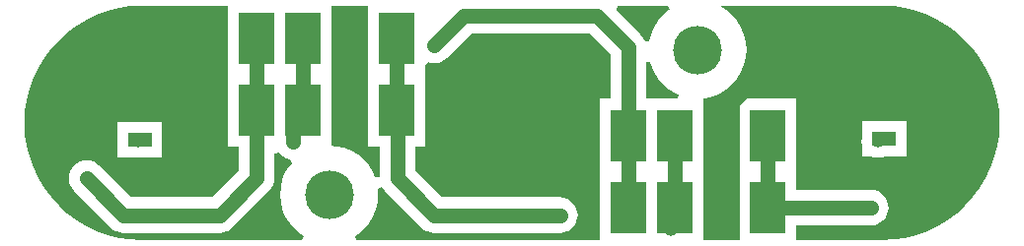
<source format=gbl>
%FSLAX25Y25*%
%MOIN*%
G70*
G01*
G75*
G04 Layer_Physical_Order=2*
G04 Layer_Color=65280*
%ADD10P,0.08352X4X75.0*%
%ADD11P,0.08352X4X195.0*%
%ADD12R,0.05906X0.05906*%
%ADD13R,0.05000X0.04000*%
%ADD14C,0.02500*%
%ADD15C,0.05000*%
%ADD16C,0.16500*%
%ADD17C,0.04000*%
%ADD18R,0.08000X0.05000*%
%ADD19R,0.12205X0.17716*%
G36*
X913750Y1038465D02*
X942898D01*
Y1015142D01*
Y990535D01*
X946471D01*
Y982497D01*
X937503Y973529D01*
X909997D01*
X899263Y984263D01*
X898349Y985013D01*
X897307Y985570D01*
X896176Y985913D01*
X895000Y986029D01*
X893824Y985913D01*
X892693Y985570D01*
X891650Y985013D01*
X890737Y984263D01*
X889987Y983350D01*
X889430Y982307D01*
X889087Y981176D01*
X888971Y980000D01*
X889087Y978824D01*
X889430Y977693D01*
X889987Y976651D01*
X890737Y975737D01*
X903237Y963237D01*
Y963237D01*
X903237Y963237D01*
X903237Y963237D01*
Y963237D01*
X904150Y962487D01*
X905193Y961930D01*
Y961930D01*
X905193Y961930D01*
D01*
D01*
D01*
X905193D01*
Y961930D01*
D01*
X905193Y961930D01*
X905193Y961930D01*
X906324Y961587D01*
X907500Y961471D01*
X940000D01*
X941176Y961587D01*
X942307Y961930D01*
Y961930D01*
X942307D01*
X942307Y961930D01*
X942307D01*
Y961930D01*
D01*
D01*
D01*
Y961930D01*
D01*
D01*
D01*
D01*
D01*
D01*
D01*
D01*
Y961930D01*
D01*
D01*
D01*
D01*
X943350Y962487D01*
X944263Y963237D01*
Y963237D01*
X944263D01*
D01*
D01*
D01*
D01*
D01*
D01*
X944263D01*
D01*
X944263D01*
Y963237D01*
D01*
D01*
D01*
D01*
Y963237D01*
D01*
D01*
D01*
D01*
D01*
D01*
Y963237D01*
D01*
D01*
X944263D01*
D01*
D01*
D01*
X956763Y975737D01*
Y975737D01*
D01*
D01*
D01*
X956763Y975737D01*
D01*
Y975737D01*
D01*
X956763D01*
Y975737D01*
D01*
Y975737D01*
Y975737D01*
X956763D01*
D01*
D01*
Y975737D01*
D01*
D01*
D01*
D01*
D01*
D01*
Y975737D01*
D01*
D01*
X956763D01*
D01*
X956763Y975737D01*
D01*
D01*
X957513Y976650D01*
X958070Y977693D01*
Y977693D01*
X958070D01*
D01*
D01*
D01*
D01*
X958070D01*
D01*
D01*
D01*
D01*
Y977693D01*
X958070D01*
D01*
Y977693D01*
D01*
D01*
D01*
D01*
D01*
D01*
D01*
D01*
D01*
D01*
D01*
D01*
Y977693D01*
D01*
X958070D01*
D01*
D01*
D01*
D01*
X958070Y977693D01*
X958413Y978824D01*
X958529Y980000D01*
D01*
D01*
D01*
D01*
D01*
X958529D01*
D01*
D01*
D01*
D01*
Y980000D01*
X958529D01*
D01*
Y980000D01*
D01*
D01*
D01*
D01*
D01*
D01*
D01*
D01*
D01*
D01*
D01*
D01*
Y980000D01*
D01*
X958529D01*
D01*
D01*
D01*
D01*
X958529Y980000D01*
Y988294D01*
X958757Y988416D01*
X959941Y988840D01*
X960572Y988072D01*
X961485Y987322D01*
X962528Y986765D01*
X963659Y986422D01*
X963729Y986415D01*
X964289Y985023D01*
X963610Y984228D01*
X962253Y982014D01*
X961259Y979615D01*
X960653Y977089D01*
X960449Y974500D01*
X960653Y971911D01*
X961259Y969385D01*
X962253Y966986D01*
X963610Y964772D01*
X965297Y962797D01*
X967272Y961110D01*
X968302Y960478D01*
X967895Y959035D01*
X913750D01*
X913577Y959012D01*
X909854Y959195D01*
X905996Y959767D01*
X902212Y960715D01*
X898540Y962029D01*
X895014Y963697D01*
X891668Y965702D01*
X888535Y968025D01*
X885645Y970645D01*
X883025Y973535D01*
X880702Y976668D01*
X878697Y980013D01*
X877029Y983540D01*
X875715Y987212D01*
X874767Y990996D01*
X874195Y994854D01*
X874003Y998750D01*
X874195Y1002646D01*
X874767Y1006504D01*
X875715Y1010288D01*
X877029Y1013960D01*
X878697Y1017486D01*
X880702Y1020832D01*
X883025Y1023965D01*
X885645Y1026855D01*
X888535Y1029475D01*
X891668Y1031798D01*
X895014Y1033803D01*
X898540Y1035471D01*
X902212Y1036785D01*
X905996Y1037733D01*
X909854Y1038305D01*
X913577Y1038488D01*
X913750Y1038465D01*
D02*
G37*
G36*
X1167646Y1038305D02*
X1171504Y1037733D01*
X1175288Y1036785D01*
X1178960Y1035471D01*
X1182487Y1033803D01*
X1185832Y1031798D01*
X1188965Y1029475D01*
X1191855Y1026855D01*
X1194475Y1023965D01*
X1196798Y1020832D01*
X1198803Y1017486D01*
X1200471Y1013960D01*
X1201785Y1010288D01*
X1202733Y1006504D01*
X1203305Y1002646D01*
X1203497Y998750D01*
X1203305Y994854D01*
X1202733Y990996D01*
X1201785Y987212D01*
X1200471Y983540D01*
X1198803Y980013D01*
X1196798Y976668D01*
X1194475Y973535D01*
X1191855Y970645D01*
X1188965Y968025D01*
X1185832Y965702D01*
X1182487Y963697D01*
X1178960Y962029D01*
X1175288Y960715D01*
X1171504Y959767D01*
X1167646Y959195D01*
X1163923Y959012D01*
X1163750Y959035D01*
X1134846D01*
Y963865D01*
X1159894D01*
X1161070Y963980D01*
X1162201Y964324D01*
Y964324D01*
X1162201D01*
X1162201Y964324D01*
X1162201D01*
Y964324D01*
D01*
D01*
D01*
Y964324D01*
D01*
D01*
D01*
D01*
D01*
D01*
D01*
D01*
Y964324D01*
D01*
D01*
D01*
D01*
X1163243Y964881D01*
X1164157Y965631D01*
Y965631D01*
X1164157D01*
D01*
D01*
D01*
D01*
D01*
D01*
X1164157D01*
D01*
X1164157D01*
Y965631D01*
D01*
D01*
D01*
D01*
Y965631D01*
D01*
D01*
D01*
D01*
D01*
D01*
Y965631D01*
D01*
D01*
X1164157D01*
D01*
D01*
D01*
X1164263Y965737D01*
X1165013Y966650D01*
X1165570Y967693D01*
X1165913Y968824D01*
X1166029Y970000D01*
X1165913Y971176D01*
X1165570Y972307D01*
X1165013Y973349D01*
X1164263Y974263D01*
X1163350Y975013D01*
X1162307Y975570D01*
X1161176Y975913D01*
X1160000Y976029D01*
X1158921Y975923D01*
X1134846D01*
Y982142D01*
Y1006858D01*
X1115642D01*
Y982142D01*
Y959035D01*
X1103350D01*
Y982142D01*
Y1006858D01*
X1103350D01*
Y1007095D01*
X1104089Y1007153D01*
X1106615Y1007759D01*
X1109014Y1008753D01*
X1111228Y1010110D01*
X1113203Y1011797D01*
X1114890Y1013772D01*
X1116247Y1015986D01*
X1117241Y1018385D01*
X1117847Y1020911D01*
X1118051Y1023500D01*
X1117847Y1026089D01*
X1117241Y1028615D01*
X1116247Y1031014D01*
X1114890Y1033228D01*
X1113203Y1035203D01*
X1111228Y1036890D01*
X1109014Y1038247D01*
X1109058Y1038465D01*
X1163750D01*
X1163923Y1038488D01*
X1167646Y1038305D01*
D02*
G37*
G36*
X990142Y1015142D02*
Y990535D01*
X993971D01*
Y980489D01*
X992500Y980197D01*
X991747Y982014D01*
X990390Y984228D01*
X988703Y986203D01*
X986728Y987890D01*
X984514Y989247D01*
X982115Y990241D01*
X979589Y990847D01*
X977850Y990984D01*
Y1015142D01*
Y1038465D01*
X990142D01*
Y1015142D01*
D02*
G37*
G36*
X1091986Y1037022D02*
X1091772Y1036890D01*
X1089797Y1035203D01*
X1088110Y1033228D01*
X1086753Y1031014D01*
X1085759Y1028615D01*
X1085218Y1026361D01*
X1084050Y1026327D01*
X1083570Y1026807D01*
D01*
D01*
D01*
Y1026807D01*
D01*
X1083570D01*
D01*
D01*
X1083570D01*
D01*
D01*
X1083013Y1027850D01*
X1082263Y1028763D01*
X1082263Y1028763D01*
D01*
D01*
D01*
D01*
X1082263Y1028763D01*
D01*
D01*
X1082263D01*
X1073947Y1037080D01*
X1074521Y1038465D01*
X1091579D01*
X1091986Y1037022D01*
D02*
G37*
G36*
X1071971Y1022003D02*
Y1006858D01*
X1068398D01*
Y982142D01*
Y959035D01*
X986105D01*
X985698Y960478D01*
X986728Y961110D01*
X988703Y962797D01*
X990390Y964772D01*
X991747Y966986D01*
X992741Y969385D01*
X993347Y971911D01*
X993551Y974500D01*
X993392Y976520D01*
X994832Y976941D01*
X994987Y976650D01*
X995737Y975737D01*
X995737Y975737D01*
X995737Y975737D01*
X1008237Y963237D01*
Y963237D01*
X1008237Y963237D01*
X1008237Y963237D01*
Y963237D01*
X1009150Y962487D01*
X1010193Y961930D01*
Y961930D01*
X1010193Y961930D01*
D01*
D01*
D01*
X1010193D01*
Y961930D01*
D01*
X1010193Y961930D01*
X1010193Y961930D01*
X1011324Y961587D01*
X1012500Y961471D01*
X1055000D01*
X1056176Y961587D01*
X1057307Y961930D01*
X1058350Y962487D01*
X1059263Y963237D01*
X1060013Y964150D01*
X1060570Y965193D01*
X1060913Y966324D01*
X1061029Y967500D01*
X1060913Y968676D01*
X1060570Y969807D01*
X1060013Y970850D01*
X1059263Y971763D01*
X1058350Y972513D01*
X1057307Y973070D01*
X1056176Y973413D01*
X1055000Y973529D01*
X1014997D01*
X1006029Y982497D01*
Y990535D01*
X1009346D01*
Y1015142D01*
Y1018428D01*
X1010551Y1019321D01*
X1011324Y1019087D01*
X1012500Y1018971D01*
X1013676Y1019087D01*
X1014807Y1019430D01*
X1015849Y1019987D01*
X1016763Y1020737D01*
X1024997Y1028971D01*
X1065003D01*
X1071971Y1022003D01*
D02*
G37*
G36*
X1085759Y1018385D02*
X1086753Y1015986D01*
X1088110Y1013772D01*
X1089797Y1011797D01*
X1091772Y1010110D01*
X1093986Y1008753D01*
X1095008Y1008329D01*
X1094716Y1006858D01*
X1084029D01*
Y1019211D01*
X1085519Y1019387D01*
X1085759Y1018385D01*
D02*
G37*
%LPC*%
G36*
X1172000Y999500D02*
X1157000D01*
Y993698D01*
X1156842Y992500D01*
X1157000Y991302D01*
Y987500D01*
X1160089D01*
X1160954Y987142D01*
X1162390Y986952D01*
X1163826Y987142D01*
X1164691Y987500D01*
X1172000D01*
Y999500D01*
D02*
G37*
G36*
X920500Y999000D02*
X905500D01*
Y987000D01*
X912029D01*
X912390Y986952D01*
X912750Y987000D01*
X920500D01*
Y999000D01*
D02*
G37*
%LPD*%
D14*
X882500Y995000D02*
Y1005000D01*
X907500Y1030000D02*
X925000D01*
X912860Y1004000D02*
X913000D01*
X941746Y985754D02*
X943254D01*
X922500Y1005000D02*
X941746Y985754D01*
X913860Y1005000D02*
X922500D01*
X912860Y1004000D02*
X913860Y1005000D01*
X1017500Y995000D02*
X1040000D01*
X1160000Y1009000D02*
X1164500Y1004500D01*
X1160000Y1009000D02*
Y1032500D01*
X1185000Y972500D02*
Y995000D01*
X1175000Y1005000D02*
X1185000Y995000D01*
X1165000Y1005000D02*
X1175000D01*
X1164500Y1004500D02*
X1165000Y1005000D01*
X1140000Y985000D02*
Y995000D01*
X1154000Y1009000D02*
X1160000D01*
X1140000Y995000D02*
X1154000Y1009000D01*
X1045000Y1000000D02*
Y1020000D01*
X897180Y1019680D02*
X912860Y1004000D01*
X882500Y1005000D02*
X907500Y1030000D01*
X1040000Y995000D02*
X1045000Y1000000D01*
X1052500D02*
X1065000Y987500D01*
X1045000Y1000000D02*
X1052500D01*
D15*
X982500Y1032500D02*
X983996Y1002894D01*
X1093748Y969894D02*
Y994500D01*
X1125244Y969894D02*
X1159894D01*
X1160000Y970000D01*
X1125244Y969894D02*
Y994500D01*
X1140000Y1032500D02*
X1160000D01*
X1109496Y969894D02*
Y1001996D01*
X1140000Y1032500D01*
X1067500Y1035000D02*
X1078000Y1024500D01*
X1012500Y1025000D02*
X1022500Y1035000D01*
X1067500D01*
X1012500Y967500D02*
X1055000D01*
X1000000Y980000D02*
X1012500Y967500D01*
X999744Y1002894D02*
Y1027500D01*
Y1002894D02*
X1000000Y1002638D01*
Y980000D02*
Y1002638D01*
X964835Y992335D02*
Y999481D01*
X968248Y1002894D01*
Y1027500D01*
X895000Y980000D02*
X907500Y967500D01*
X940000D01*
X952500Y980000D01*
Y1027500D01*
X1078000Y969894D02*
Y1024500D01*
D16*
X1101500Y1023500D02*
D03*
X977000Y974500D02*
D03*
D17*
X1092500Y962500D02*
D03*
X964835Y992335D02*
D03*
X943254Y985754D02*
D03*
X925000Y1030000D02*
D03*
X882500Y995000D02*
D03*
X1065000Y987500D02*
D03*
X1045000Y1020000D02*
D03*
X1017500Y995000D02*
D03*
X1140000Y985000D02*
D03*
X1185000Y972500D02*
D03*
X1160000Y1032500D02*
D03*
X1162390Y992500D02*
D03*
X912390D02*
D03*
X895000Y980000D02*
D03*
X982500Y1032500D02*
D03*
X952500Y1020000D02*
D03*
X1012500Y1025000D02*
D03*
X1127500Y972500D02*
D03*
X1107500Y1000000D02*
D03*
X1055000Y967500D02*
D03*
X1160000Y970000D02*
D03*
D18*
X913000Y993000D02*
D03*
Y1004000D02*
D03*
X1164500Y993500D02*
D03*
Y1004500D02*
D03*
D19*
X999744Y1002894D02*
D03*
X983996D02*
D03*
X968248D02*
D03*
X999744Y1027500D02*
D03*
X983996D02*
D03*
X968248D02*
D03*
X952500Y1002894D02*
D03*
Y1027500D02*
D03*
X1125244Y969894D02*
D03*
X1109496D02*
D03*
X1093748D02*
D03*
X1125244Y994500D02*
D03*
X1109496D02*
D03*
X1093748D02*
D03*
X1078000Y969894D02*
D03*
Y994500D02*
D03*
M02*

</source>
